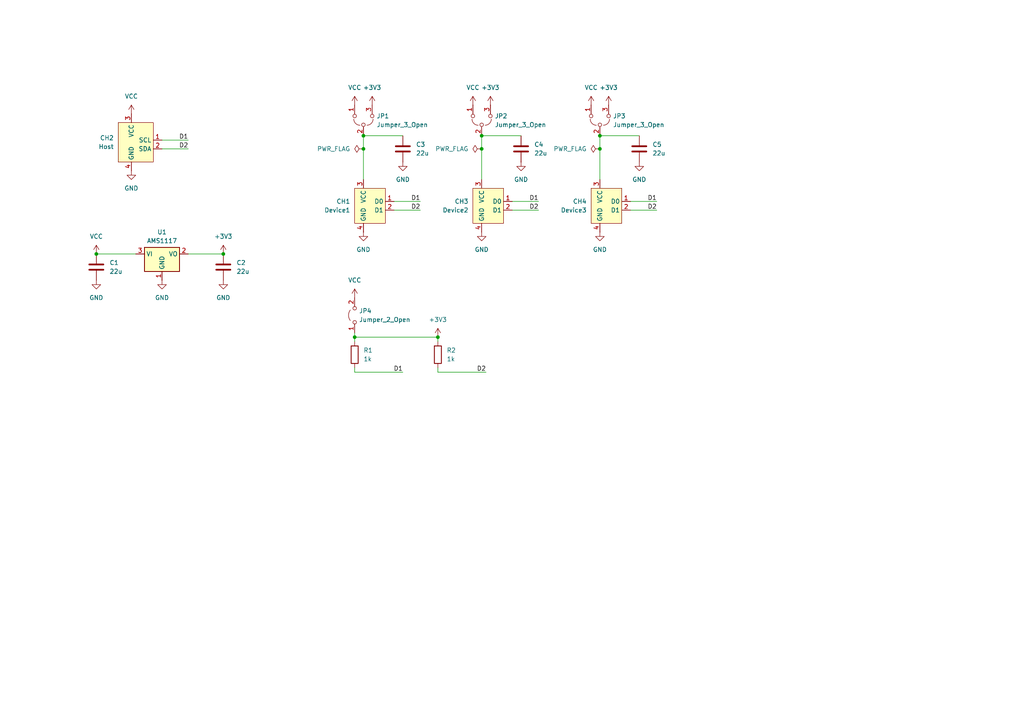
<source format=kicad_sch>
(kicad_sch (version 20231120) (generator "eeschema") (generator_version "8.0")
  (paper "A4")
  (lib_symbols
    (symbol "74th_Interface:Grove_Host-Side"
      (property "Reference" "CH" (at -6.35 0 0))
      (property "Value" "Grove IO" (at -6.35 -2.54 0))
      (symbol "Grove_Host-Side_0_1"
        (rectangle (start -5.08 3.81) (end 3.81 -6.35) (stroke (width 0.1524)) (fill (type background)))
      )
      (symbol "Grove_Host-Side_1_1"
        (pin bidirectional line (at 6.35 0 180) (length 2.54) (name "D0") (number "1"))
        (pin bidirectional line (at 6.35 -2.54 180) (length 2.54) (name "D1") (number "2"))
        (pin power_in line (at -2.54 6.35 270) (length 2.54) (name "VCC") (number "3"))
        (pin power_in line (at -2.54 -8.89 90) (length 2.54) (name "GND") (number "4"))
      )
    )
    (symbol "74th_Interface:I2C_Grove_Device-Side"
      (property "Reference" "CH" (at -7.62 1.27 0))
      (property "Value" "Grove" (at -7.62 -1.27 0))
      (symbol "I2C_Grove_Device-Side_0_1"
        (rectangle (start -6.35 6.35) (end 3.81 -5.08) (stroke (width 0.1524)) (fill (type background)))
      )
      (symbol "I2C_Grove_Device-Side_1_1"
        (pin input line (at 6.35 1.27 180) (length 2.54) (name "SCL") (number "1"))
        (pin bidirectional line (at 6.35 -1.27 180) (length 2.54) (name "SDA") (number "2"))
        (pin power_out line (at -2.54 8.89 270) (length 2.54) (name "VCC") (number "3"))
        (pin power_out line (at -2.54 -7.62 90) (length 2.54) (name "GND") (number "4"))
      )
    )
    (symbol "74th_Interface:Jumper_2" (pin_names (offset 0) hide)
      (property "Reference" "JP" (at 0 2.794 0))
      (property "Value" "Jumper_2_Open" (at 0 -2.286 0))
      (symbol "Jumper_2_0_0"
        (circle (center -2.032 0) (radius 0.508))
        (circle (center 2.032 0) (radius 0.508))
      )
      (symbol "Jumper_2_0_1"
        (arc (start 1.524 1.27) (mid 0 1.778) (end -1.524 1.27))
      )
      (symbol "Jumper_2_1_1"
        (pin passive line (at -5.08 0 0) (length 2.54) (name "A") (number "1"))
        (pin passive line (at 5.08 0 180) (length 2.54) (name "B") (number "2"))
      )
    )
    (symbol "74th_Interface:Jumper_3" (pin_names (offset 0) hide)
      (property "Reference" "JP" (at -4.445 1.905 0))
      (property "Value" "Jumper_3_Open" (at 0 4.572 0))
      (symbol "Jumper_3_0_0"
        (circle (center -1.905 0) (radius 0.508))
        (circle (center 0.635 -2.54) (radius 0.508))
        (circle (center 0.635 2.54) (radius 0.508))
      )
      (symbol "Jumper_3_0_1"
        (arc (start -2.032 -1.016) (mid -1.5082 -2.2702) (end -0.254 -2.794))
        (arc (start -0.254 2.794) (mid -1.5095 2.2715) (end -2.032 1.016))
      )
      (symbol "Jumper_3_1_1"
        (pin passive line (at 3.81 2.54 180) (length 2.54) (name "A") (number "1"))
        (pin passive line (at -5.08 0 0) (length 2.54) (name "C") (number "2"))
        (pin passive line (at 3.81 -2.54 180) (length 2.54) (name "B") (number "3"))
      )
    )
    (symbol "74th_Passive:AMS1117-3.3_Regulator_SOT89"
      (property "Reference" "U" (at -3.81 3.175 0))
      (property "Value" "AMS1117" (at 0 3.175 0))
      (symbol "AMS1117-3.3_Regulator_SOT89_0_1"
        (rectangle (start -5.08 1.905) (end 5.08 -5.08) (stroke (width 0.254)) (fill (type background)))
      )
      (symbol "AMS1117-3.3_Regulator_SOT89_1_1"
        (pin power_in line (at 0 -7.62 90) (length 2.54) (name "GND") (number "1"))
        (pin power_out line (at 7.62 0 180) (length 2.54) (name "VO") (number "2"))
        (pin power_in line (at -7.62 0 0) (length 2.54) (name "VI") (number "3"))
      )
    )
    (symbol "Device:C" (pin_numbers hide) (pin_names (offset 0.254))
      (property "Reference" "C" (at 0.635 2.54 0))
      (property "Value" "C" (at 0.635 -2.54 0))
      (symbol "C_0_1"
        (polyline (pts (xy -2.032 -0.762) (xy 2.032 -0.762)) (stroke (width 0.508)))
        (polyline (pts (xy -2.032 0.762) (xy 2.032 0.762)) (stroke (width 0.508)))
      )
      (symbol "C_1_1"
        (pin passive line (at 0 3.81 270) (length 2.794) (name "~") (number "1"))
        (pin passive line (at 0 -3.81 90) (length 2.794) (name "~") (number "2"))
      )
    )
    (symbol "Device:R" (pin_numbers hide) (pin_names (offset 0))
      (property "Reference" "R" (at 2.032 0 90))
      (property "Value" "R" (at 0 0 90))
      (symbol "R_0_1"
        (rectangle (start -1.016 -2.54) (end 1.016 2.54) (stroke (width 0.254)))
      )
      (symbol "R_1_1"
        (pin passive line (at 0 3.81 270) (length 1.27) (name "~") (number "1"))
        (pin passive line (at 0 -3.81 90) (length 1.27) (name "~") (number "2"))
      )
    )
    (symbol "power:+3V3" (power) (pin_numbers hide) (pin_names (offset 0) hide)
      (property "Value" "+3V3" (at 0 3.556 0))
      (symbol "+3V3_0_1"
        (polyline (pts (xy -0.762 1.27) (xy 0 2.54)))
        (polyline (pts (xy 0 0) (xy 0 2.54)))
        (polyline (pts (xy 0 2.54) (xy 0.762 1.27)))
      )
      (symbol "+3V3_1_1"
        (pin power_in line (at 0 0 90) (length 0) (name "~") (number "1"))
      )
    )
    (symbol "power:GND" (power) (pin_numbers hide) (pin_names (offset 0) hide)
      (property "Value" "GND" (at 0 -3.81 0))
      (symbol "GND_0_1"
        (polyline (pts (xy 0 0) (xy 0 -1.27) (xy 1.27 -1.27) (xy 0 -2.54) (xy -1.27 -1.27) (xy 0 -1.27)))
      )
      (symbol "GND_1_1"
        (pin power_in line (at 0 0 270) (length 0) (name "~") (number "1"))
      )
    )
    (symbol "power:PWR_FLAG" (power) (pin_numbers hide) (pin_names (offset 0) hide)
      (property "Value" "PWR_FLAG" (at 0 3.81 0))
      (symbol "PWR_FLAG_0_0"
        (pin power_out line (at 0 0 90) (length 0) (name "~") (number "1"))
      )
      (symbol "PWR_FLAG_0_1"
        (polyline (pts (xy 0 0) (xy 0 1.27) (xy -1.016 1.905) (xy 0 2.54) (xy 1.016 1.905) (xy 0 1.27)))
      )
    )
    (symbol "power:VCC" (power) (pin_numbers hide) (pin_names (offset 0) hide)
      (property "Value" "VCC" (at 0 3.556 0))
      (symbol "VCC_0_1"
        (polyline (pts (xy -0.762 1.27) (xy 0 2.54)))
        (polyline (pts (xy 0 0) (xy 0 2.54)))
        (polyline (pts (xy 0 2.54) (xy 0.762 1.27)))
      )
      (symbol "VCC_1_1"
        (pin power_in line (at 0 0 90) (length 0) (name "~") (number "1"))
      )
    )
  )
  (junction (at 139.7 39.37))
  (junction (at 64.77 73.66))
  (junction (at 139.7 43.18))
  (junction (at 105.41 39.37))
  (junction (at 105.41 43.18))
  (junction (at 102.87 97.79))
  (junction (at 27.94 73.66))
  (junction (at 173.99 39.37))
  (junction (at 173.99 43.18))
  (junction (at 127 97.79))
  (wire (pts (xy 46.99 43.18) (xy 54.61 43.18)))
  (wire (pts (xy 139.7 39.37) (xy 151.13 39.37)))
  (wire (pts (xy 27.94 73.66) (xy 39.37 73.66)))
  (wire (pts (xy 102.87 107.95) (xy 102.87 106.68)))
  (wire (pts (xy 105.41 39.37) (xy 116.84 39.37)))
  (wire (pts (xy 102.87 97.79) (xy 102.87 96.52)))
  (wire (pts (xy 127 99.06) (xy 127 97.79)))
  (wire (pts (xy 46.99 40.64) (xy 54.61 40.64)))
  (wire (pts (xy 102.87 99.06) (xy 102.87 97.79)))
  (wire (pts (xy 139.7 39.37) (xy 139.7 43.18)))
  (wire (pts (xy 54.61 73.66) (xy 64.77 73.66)))
  (wire (pts (xy 105.41 43.18) (xy 105.41 52.07)))
  (wire (pts (xy 173.99 39.37) (xy 185.42 39.37)))
  (wire (pts (xy 182.88 58.42) (xy 190.5 58.42)))
  (wire (pts (xy 105.41 39.37) (xy 105.41 43.18)))
  (wire (pts (xy 114.3 58.42) (xy 121.92 58.42)))
  (wire (pts (xy 148.59 60.96) (xy 156.21 60.96)))
  (wire (pts (xy 127 107.95) (xy 140.97 107.95)))
  (wire (pts (xy 148.59 58.42) (xy 156.21 58.42)))
  (wire (pts (xy 182.88 60.96) (xy 190.5 60.96)))
  (wire (pts (xy 114.3 60.96) (xy 121.92 60.96)))
  (wire (pts (xy 102.87 107.95) (xy 116.84 107.95)))
  (wire (pts (xy 173.99 43.18) (xy 173.99 52.07)))
  (wire (pts (xy 127 97.79) (xy 102.87 97.79)))
  (wire (pts (xy 173.99 39.37) (xy 173.99 43.18)))
  (wire (pts (xy 127 107.95) (xy 127 106.68)))
  (wire (pts (xy 139.7 43.18) (xy 139.7 52.07)))
  (label "D2" (at 140.97 107.95 180))
  (label "D2" (at 156.21 60.96 180))
  (label "D2" (at 121.92 60.96 180))
  (label "D1" (at 121.92 58.42 180))
  (label "D1" (at 190.5 58.42 180))
  (label "D1" (at 54.61 40.64 180))
  (label "D2" (at 190.5 60.96 180))
  (label "D1" (at 116.84 107.95 180))
  (label "D1" (at 156.21 58.42 180))
  (label "D2" (at 54.61 43.18 180))
  (symbol (lib_id "Device:C") (at 185.42 43.18 0) (unit 1)
    (property "Reference" "C5" (at 189.23 41.9099 0) (effects (justify left)))
    (property "Value" "22u" (at 189.23 44.4499 0) (effects (justify left)))
    (property "Footprint" "$74th:Capacitor_0805_2012" (effects (hide yes)))
    (property "Description" "Unpolarized capacitor" (effects (hide yes)))
  )
  (symbol (lib_id "74th_Interface:Jumper_3") (at 173.99 34.29 90) (unit 1)
    (property "Reference" "JP3" (at 177.8 33.6549 90) (effects (justify right)))
    (property "Value" "Jumper_3_Open" (at 177.8 36.1949 90) (effects (justify right)))
    (property "Footprint" "74th:SolderJumper-3" (effects (hide yes)))
    (property "Description" "Jumper, 3-pole, both open" (effects (hide yes)))
  )
  (symbol (lib_id "power:+3V3") (at 127 97.79 0) (unit 1)
    (property "Reference" "#PWR020" (effects (hide yes)))
    (property "Value" "+3V3" (at 127 92.71 0))
    (property "Description" "Power symbol creates a global label with name \"+3V3\"" (effects (hide yes)))
  )
  (symbol (lib_id "power:VCC") (at 102.87 30.48 0) (unit 1)
    (property "Reference" "#PWR02" (effects (hide yes)))
    (property "Value" "VCC" (at 102.87 25.4 0))
    (property "Description" "Power symbol creates a global label with name \"VCC\"" (effects (hide yes)))
  )
  (symbol (lib_id "power:GND") (at 38.1 49.53 0) (unit 1)
    (property "Reference" "#PWR04" (effects (hide yes)))
    (property "Value" "GND" (at 38.1 54.61 0))
    (property "Description" "Power symbol creates a global label with name \"GND\" , ground" (effects (hide yes)))
  )
  (symbol (lib_id "power:GND") (at 105.41 67.31 0) (unit 1)
    (property "Reference" "#PWR03" (effects (hide yes)))
    (property "Value" "GND" (at 105.41 72.39 0))
    (property "Description" "Power symbol creates a global label with name \"GND\" , ground" (effects (hide yes)))
  )
  (symbol (lib_id "power:GND") (at 185.42 46.99 0) (unit 1)
    (property "Reference" "#PWR019" (effects (hide yes)))
    (property "Value" "GND" (at 185.42 52.07 0))
    (property "Description" "Power symbol creates a global label with name \"GND\" , ground" (effects (hide yes)))
  )
  (symbol (lib_id "power:+3V3") (at 176.53 30.48 0) (unit 1)
    (property "Reference" "#PWR018" (effects (hide yes)))
    (property "Value" "+3V3" (at 176.53 25.4 0))
    (property "Description" "Power symbol creates a global label with name \"+3V3\"" (effects (hide yes)))
  )
  (symbol (lib_id "Device:C") (at 64.77 77.47 0) (unit 1)
    (property "Reference" "C2" (at 68.58 76.1999 0) (effects (justify left)))
    (property "Value" "22u" (at 68.58 78.7399 0) (effects (justify left)))
    (property "Footprint" "$74th:Capacitor_0805_2012" (effects (hide yes)))
    (property "Description" "Unpolarized capacitor" (effects (hide yes)))
  )
  (symbol (lib_id "power:PWR_FLAG") (at 173.99 43.18 90) (unit 1)
    (property "Reference" "#FLG03" (effects (hide yes)))
    (property "Value" "PWR_FLAG" (at 170.18 43.1799 90) (effects (justify left)))
    (property "Description" "Special symbol for telling ERC where power comes from" (effects (hide yes)))
  )
  (symbol (lib_id "74th_Interface:Grove_Host-Side") (at 142.24 58.42 0) (unit 1)
    (property "Reference" "CH3" (at 135.89 58.4199 0) (effects (justify right)))
    (property "Value" "Device2" (at 135.89 60.9599 0) (effects (justify right)))
    (property "Footprint" "74th:Connector_HY-2.0_SMD_4Pin" (effects (hide yes)))
  )
  (symbol (lib_id "power:GND") (at 151.13 46.99 0) (unit 1)
    (property "Reference" "#PWR08" (effects (hide yes)))
    (property "Value" "GND" (at 151.13 52.07 0))
    (property "Description" "Power symbol creates a global label with name \"GND\" , ground" (effects (hide yes)))
  )
  (symbol (lib_id "power:+3V3") (at 107.95 30.48 0) (unit 1)
    (property "Reference" "#PWR014" (effects (hide yes)))
    (property "Value" "+3V3" (at 107.95 25.4 0))
    (property "Description" "Power symbol creates a global label with name \"+3V3\"" (effects (hide yes)))
  )
  (symbol (lib_id "power:+3V3") (at 64.77 73.66 0) (unit 1)
    (property "Reference" "#PWR012" (effects (hide yes)))
    (property "Value" "+3V3" (at 64.77 68.58 0))
    (property "Description" "Power symbol creates a global label with name \"+3V3\"" (effects (hide yes)))
  )
  (symbol (lib_id "74th_Interface:Grove_Host-Side") (at 176.53 58.42 0) (unit 1)
    (property "Reference" "CH4" (at 170.18 58.4199 0) (effects (justify right)))
    (property "Value" "Device3" (at 170.18 60.9599 0) (effects (justify right)))
    (property "Footprint" "74th:Connector_HY-2.0_SMD_4Pin" (effects (hide yes)))
  )
  (symbol (lib_id "74th_Interface:Jumper_2") (at 102.87 91.44 90) (unit 1)
    (property "Reference" "JP4" (at 104.14 90.1699 90) (effects (justify right)))
    (property "Value" "Jumper_2_Open" (at 104.14 92.7099 90) (effects (justify right)))
    (property "Footprint" "74th:SolderJumper-2" (effects (hide yes)))
    (property "Description" "Jumper, 2-pole, open" (effects (hide yes)))
  )
  (symbol (lib_id "power:VCC") (at 171.45 30.48 0) (unit 1)
    (property "Reference" "#PWR016" (effects (hide yes)))
    (property "Value" "VCC" (at 171.45 25.4 0))
    (property "Description" "Power symbol creates a global label with name \"VCC\"" (effects (hide yes)))
  )
  (symbol (lib_id "power:VCC") (at 27.94 73.66 0) (unit 1)
    (property "Reference" "#PWR09" (effects (hide yes)))
    (property "Value" "VCC" (at 27.94 68.58 0))
    (property "Description" "Power symbol creates a global label with name \"VCC\"" (effects (hide yes)))
  )
  (symbol (lib_id "74th_Interface:I2C_Grove_Device-Side") (at 40.64 41.91 0) (unit 1)
    (property "Reference" "CH2" (at 33.02 40.0049 0) (effects (justify right)))
    (property "Value" "Host" (at 33.02 42.5449 0) (effects (justify right)))
    (property "Footprint" "74th:Connector_HY-2.0_SMD_4Pin" (effects (hide yes)))
  )
  (symbol (lib_id "power:GND") (at 139.7 67.31 0) (unit 1)
    (property "Reference" "#PWR06" (effects (hide yes)))
    (property "Value" "GND" (at 139.7 72.39 0))
    (property "Description" "Power symbol creates a global label with name \"GND\" , ground" (effects (hide yes)))
  )
  (symbol (lib_id "power:PWR_FLAG") (at 105.41 43.18 90) (unit 1)
    (property "Reference" "#FLG01" (effects (hide yes)))
    (property "Value" "PWR_FLAG" (at 101.6 43.1799 90) (effects (justify left)))
    (property "Description" "Special symbol for telling ERC where power comes from" (effects (hide yes)))
  )
  (symbol (lib_id "Device:R") (at 127 102.87 0) (unit 1)
    (property "Reference" "R2" (at 129.54 101.5999 0) (effects (justify left)))
    (property "Value" "1k" (at 129.54 104.1399 0) (effects (justify left)))
    (property "Footprint" "$74th:Register_0805_2012" (effects (hide yes)))
    (property "Description" "Resistor" (effects (hide yes)))
  )
  (symbol (lib_id "power:GND") (at 46.99 81.28 0) (unit 1)
    (property "Reference" "#PWR011" (effects (hide yes)))
    (property "Value" "GND" (at 46.99 86.36 0))
    (property "Description" "Power symbol creates a global label with name \"GND\" , ground" (effects (hide yes)))
  )
  (symbol (lib_id "power:GND") (at 27.94 81.28 0) (unit 1)
    (property "Reference" "#PWR010" (effects (hide yes)))
    (property "Value" "GND" (at 27.94 86.36 0))
    (property "Description" "Power symbol creates a global label with name \"GND\" , ground" (effects (hide yes)))
  )
  (symbol (lib_id "74th_Interface:Grove_Host-Side") (at 107.95 58.42 0) (unit 1)
    (property "Reference" "CH1" (at 101.6 58.4199 0) (effects (justify right)))
    (property "Value" "Device1" (at 101.6 60.9599 0) (effects (justify right)))
    (property "Footprint" "74th:Connector_HY-2.0_SMD_4Pin" (effects (hide yes)))
  )
  (symbol (lib_id "74th_Interface:Jumper_3") (at 139.7 34.29 90) (unit 1)
    (property "Reference" "JP2" (at 143.51 33.6549 90) (effects (justify right)))
    (property "Value" "Jumper_3_Open" (at 143.51 36.1949 90) (effects (justify right)))
    (property "Footprint" "74th:SolderJumper-3" (effects (hide yes)))
    (property "Description" "Jumper, 3-pole, both open" (effects (hide yes)))
  )
  (symbol (lib_id "74th_Interface:Jumper_3") (at 105.41 34.29 90) (unit 1)
    (property "Reference" "JP1" (at 109.22 33.6549 90) (effects (justify right)))
    (property "Value" "Jumper_3_Open" (at 109.22 36.1949 90) (effects (justify right)))
    (property "Footprint" "74th:SolderJumper-3" (effects (hide yes)))
    (property "Description" "Jumper, 3-pole, both open" (effects (hide yes)))
  )
  (symbol (lib_id "Device:C") (at 151.13 43.18 0) (unit 1)
    (property "Reference" "C4" (at 154.94 41.9099 0) (effects (justify left)))
    (property "Value" "22u" (at 154.94 44.4499 0) (effects (justify left)))
    (property "Footprint" "$74th:Capacitor_0805_2012" (effects (hide yes)))
    (property "Description" "Unpolarized capacitor" (effects (hide yes)))
  )
  (symbol (lib_id "power:GND") (at 173.99 67.31 0) (unit 1)
    (property "Reference" "#PWR017" (effects (hide yes)))
    (property "Value" "GND" (at 173.99 72.39 0))
    (property "Description" "Power symbol creates a global label with name \"GND\" , ground" (effects (hide yes)))
  )
  (symbol (lib_id "power:+3V3") (at 142.24 30.48 0) (unit 1)
    (property "Reference" "#PWR07" (effects (hide yes)))
    (property "Value" "+3V3" (at 142.24 25.4 0))
    (property "Description" "Power symbol creates a global label with name \"+3V3\"" (effects (hide yes)))
  )
  (symbol (lib_id "74th_Passive:AMS1117-3.3_Regulator_SOT89") (at 46.99 73.66 0) (unit 1)
    (property "Reference" "U1" (at 46.99 67.31 0))
    (property "Value" "AMS1117" (at 46.99 69.85 0))
    (property "Footprint" "74th:Package_SOT-89-3" (effects (hide yes)))
    (property "Description" "1A Low Dropout regulator, positive, adjustable output, SOT-223" (effects (hide yes)))
  )
  (symbol (lib_id "power:GND") (at 64.77 81.28 0) (unit 1)
    (property "Reference" "#PWR013" (effects (hide yes)))
    (property "Value" "GND" (at 64.77 86.36 0))
    (property "Description" "Power symbol creates a global label with name \"GND\" , ground" (effects (hide yes)))
  )
  (symbol (lib_id "Device:C") (at 27.94 77.47 0) (unit 1)
    (property "Reference" "C1" (at 31.75 76.1999 0) (effects (justify left)))
    (property "Value" "22u" (at 31.75 78.7399 0) (effects (justify left)))
    (property "Footprint" "$74th:Capacitor_0805_2012" (effects (hide yes)))
    (property "Description" "Unpolarized capacitor" (effects (hide yes)))
  )
  (symbol (lib_id "power:VCC") (at 102.87 86.36 0) (unit 1)
    (property "Reference" "#PWR021" (effects (hide yes)))
    (property "Value" "VCC" (at 102.87 81.28 0))
    (property "Description" "Power symbol creates a global label with name \"VCC\"" (effects (hide yes)))
  )
  (symbol (lib_id "power:PWR_FLAG") (at 139.7 43.18 90) (unit 1)
    (property "Reference" "#FLG02" (effects (hide yes)))
    (property "Value" "PWR_FLAG" (at 135.89 43.1799 90) (effects (justify left)))
    (property "Description" "Special symbol for telling ERC where power comes from" (effects (hide yes)))
  )
  (symbol (lib_id "power:VCC") (at 38.1 33.02 0) (unit 1)
    (property "Reference" "#PWR01" (effects (hide yes)))
    (property "Value" "VCC" (at 38.1 27.94 0))
    (property "Description" "Power symbol creates a global label with name \"VCC\"" (effects (hide yes)))
  )
  (symbol (lib_id "power:VCC") (at 137.16 30.48 0) (unit 1)
    (property "Reference" "#PWR05" (effects (hide yes)))
    (property "Value" "VCC" (at 137.16 25.4 0))
    (property "Description" "Power symbol creates a global label with name \"VCC\"" (effects (hide yes)))
  )
  (symbol (lib_id "Device:R") (at 102.87 102.87 0) (unit 1)
    (property "Reference" "R1" (at 105.41 101.5999 0) (effects (justify left)))
    (property "Value" "1k" (at 105.41 104.1399 0) (effects (justify left)))
    (property "Footprint" "$74th:Register_0805_2012" (effects (hide yes)))
    (property "Description" "Resistor" (effects (hide yes)))
  )
  (symbol (lib_id "Device:C") (at 116.84 43.18 0) (unit 1)
    (property "Reference" "C3" (at 120.65 41.9099 0) (effects (justify left)))
    (property "Value" "22u" (at 120.65 44.4499 0) (effects (justify left)))
    (property "Footprint" "$74th:Capacitor_0805_2012" (effects (hide yes)))
    (property "Description" "Unpolarized capacitor" (effects (hide yes)))
  )
  (symbol (lib_id "power:GND") (at 116.84 46.99 0) (unit 1)
    (property "Reference" "#PWR015" (effects (hide yes)))
    (property "Value" "GND" (at 116.84 52.07 0))
    (property "Description" "Power symbol creates a global label with name \"GND\" , ground" (effects (hide yes)))
  )
)
</source>
